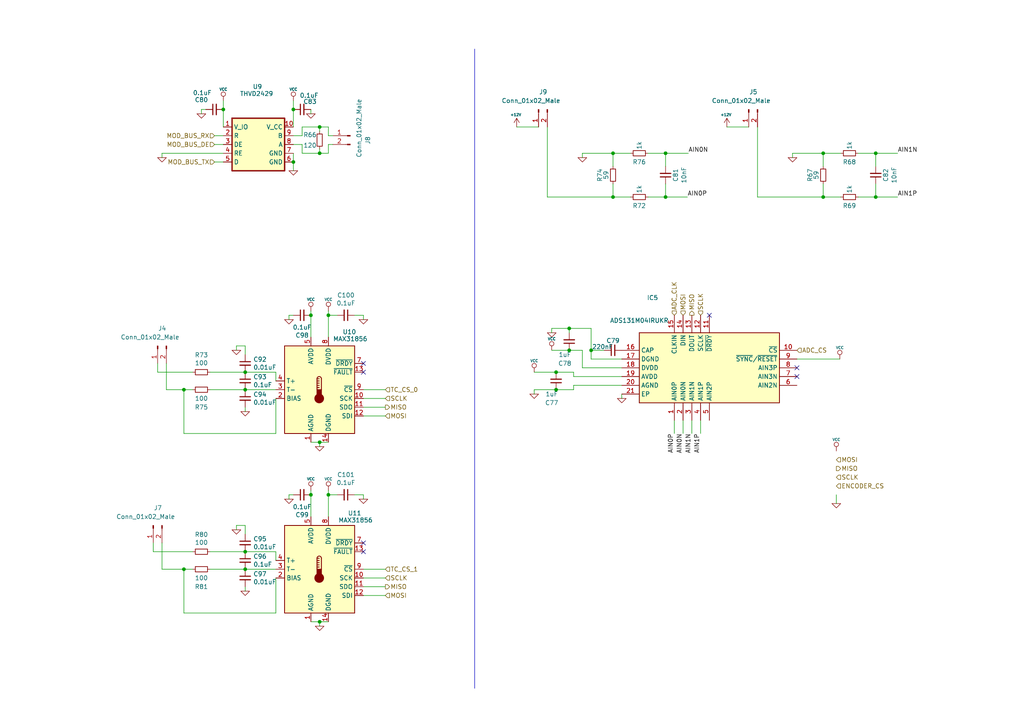
<source format=kicad_sch>
(kicad_sch (version 20250114) (generator "eeschema") (generator_version "9.0")
  (paper "A4")
  (lib_symbols
    (symbol "+5V_9" (power) (pin_names (offset 0))
      (property "Value" "+5V" (at 0 3.556 0))
      (symbol "+5V_9_0_1"
        (polyline (pts (xy -0.762 1.27) (xy 0 2.54)))
        (polyline (pts (xy 0 2.54) (xy 0.762 1.27)))
        (polyline (pts (xy 0 0) (xy 0 2.54)))
      )
      (symbol "+5V_9_1_1"
        (pin power_in line (at 0 0 90) (length 0) (hide yes) (name "+5V") (number "1"))
      )
    )
    (symbol "Connector:Conn_01x02_Male" (pin_names (offset 1.016) (hide yes))
      (property "Reference" "J" (at 0 2.54 0))
      (property "Value" "Conn_01x02_Male" (at 0 -5.08 0))
      (symbol "Conn_01x02_Male_1_1"
        (rectangle (start 0.8636 0.127) (end 0 -0.127) (stroke (width 0.1524)) (fill (type outline)))
        (rectangle (start 0.8636 -2.413) (end 0 -2.667) (stroke (width 0.1524)) (fill (type outline)))
        (polyline (pts (xy 1.27 0) (xy 0.8636 0)) (stroke (width 0.1524)))
        (polyline (pts (xy 1.27 -2.54) (xy 0.8636 -2.54)) (stroke (width 0.1524)))
        (pin passive line (at 5.08 0 180) (length 3.81) (name "Pin_1") (number "1"))
        (pin passive line (at 5.08 -2.54 180) (length 3.81) (name "Pin_2") (number "2"))
      )
    )
    (symbol "Device:C_Small" (pin_numbers (hide yes)) (pin_names (offset 0.254) (hide yes))
      (property "Reference" "C" (at 0.254 1.778 0))
      (property "Value" "C_Small" (at 0.254 -2.032 0))
      (symbol "C_Small_0_1"
        (polyline (pts (xy -1.524 0.508) (xy 1.524 0.508)) (stroke (width 0.3048)))
        (polyline (pts (xy -1.524 -0.508) (xy 1.524 -0.508)) (stroke (width 0.3302)))
      )
      (symbol "C_Small_1_1"
        (pin passive line (at 0 2.54 270) (length 2.032) (name "~") (number "1"))
        (pin passive line (at 0 -2.54 90) (length 2.032) (name "~") (number "2"))
      )
    )
    (symbol "Device:R_Small" (pin_numbers (hide yes)) (pin_names (offset 0.254) (hide yes))
      (property "Reference" "R" (at 0.762 0.508 0))
      (property "Value" "R_Small" (at 0.762 -1.016 0))
      (symbol "R_Small_0_1"
        (rectangle (start -0.762 1.778) (end 0.762 -1.778) (stroke (width 0.2032)))
      )
      (symbol "R_Small_1_1"
        (pin passive line (at 0 2.54 270) (length 0.762) (name "~") (number "1"))
        (pin passive line (at 0 -2.54 90) (length 0.762) (name "~") (number "2"))
      )
    )
    (symbol "GND-RESCUE-BLDC_4_23" (power) (pin_names (offset 0))
      (symbol "GND-RESCUE-BLDC_4_23_0_1"
        (polyline (pts (xy -1.27 0) (xy 0 -1.27) (xy 1.27 0) (xy -1.27 0)))
      )
      (symbol "GND-RESCUE-BLDC_4_23_1_1"
        (pin power_in line (at 0 0 90) (length 0) (hide yes) (name "GND") (number "1"))
      )
    )
    (symbol "GND-RESCUE-BLDC_4_24" (power) (pin_names (offset 0))
      (symbol "GND-RESCUE-BLDC_4_24_0_1"
        (polyline (pts (xy -1.27 0) (xy 0 -1.27) (xy 1.27 0) (xy -1.27 0)))
      )
      (symbol "GND-RESCUE-BLDC_4_24_1_1"
        (pin power_in line (at 0 0 90) (length 0) (hide yes) (name "GND") (number "1"))
      )
    )
    (symbol "Sensor_Temperature:MAX31856"
      (property "Reference" "U" (at -7.62 13.97 0))
      (property "Value" "MAX31856" (at 13.97 13.97 0))
      (symbol "MAX31856_0_1"
        (rectangle (start -10.16 12.7) (end 10.16 -12.7) (stroke (width 0.254)) (fill (type background)))
        (polyline (pts (xy -0.762 3.175) (xy -0.762 0)) (stroke (width 0.254)))
        (polyline (pts (xy -0.762 3.175) (xy -0.127 3.175)) (stroke (width 0.254)))
        (polyline (pts (xy -0.762 2.54) (xy -0.127 2.54)) (stroke (width 0.254)))
        (polyline (pts (xy -0.762 1.905) (xy -0.127 1.905)) (stroke (width 0.254)))
        (polyline (pts (xy -0.762 1.27) (xy -0.127 1.27)) (stroke (width 0.254)))
        (polyline (pts (xy -0.762 0.635) (xy -0.127 0.635)) (stroke (width 0.254)))
        (arc (start -0.762 3.175) (mid -0.127 3.8073) (end 0.508 3.175) (stroke (width 0.254)))
        (circle (center -0.127 -2.54) (radius 1.27) (stroke (width 0.254)) (fill (type outline)))
        (polyline (pts (xy 0.508 3.175) (xy 0.508 0)) (stroke (width 0.254)))
        (rectangle (start 0.508 -1.905) (end -0.762 0) (stroke (width 0.254)) (fill (type outline)))
      )
      (symbol "MAX31856_1_1"
        (pin input line (at -12.7 2.54 0) (length 2.54) (name "T+") (number "4"))
        (pin input line (at -12.7 0 0) (length 2.54) (name "T-") (number "3"))
        (pin input line (at -12.7 -2.54 0) (length 2.54) (name "BIAS") (number "2"))
        (pin no_connect line (at -10.16 -7.62 0) (length 2.54) (hide yes) (name "DNC") (number "6"))
        (pin power_in line (at -2.54 15.24 270) (length 2.54) (name "AVDD") (number "5"))
        (pin power_in line (at -2.54 -15.24 90) (length 2.54) (name "AGND") (number "1"))
        (pin power_in line (at 2.54 15.24 270) (length 2.54) (name "DVDD") (number "8"))
        (pin power_in line (at 2.54 -15.24 90) (length 2.54) (name "DGND") (number "14"))
        (pin output line (at 12.7 7.62 180) (length 2.54) (name "~{DRDY}") (number "7"))
        (pin output line (at 12.7 5.08 180) (length 2.54) (name "~{FAULT}") (number "13"))
        (pin input line (at 12.7 0 180) (length 2.54) (name "~{CS}") (number "9"))
        (pin input line (at 12.7 -2.54 180) (length 2.54) (name "SCK") (number "10"))
        (pin output line (at 12.7 -5.08 180) (length 2.54) (name "SDO") (number "11"))
        (pin input line (at 12.7 -7.62 180) (length 2.54) (name "SDI") (number "12"))
      )
    )
    (symbol "THVD2429_1"
      (property "Reference" "U" (at 0 10.16 0))
      (property "Value" "THVD2429" (at 0 0 0))
      (symbol "THVD2429_1_1_0"
        (rectangle (start -7.62 7.62) (end 7.62 -7.62) (stroke (width 0.4064)) (fill (type color) (color 255 255 194 1)))
      )
      (symbol "THVD2429_1_1_1"
        (pin power_in line (at -10.16 5.08 0) (length 2.54) (name "V_IO") (number "1"))
        (pin output line (at -10.16 2.54 0) (length 2.54) (name "R") (number "2"))
        (pin input line (at -10.16 0 0) (length 2.54) (name "DE") (number "3"))
        (pin input line (at -10.16 -2.54 0) (length 2.54) (name "RE") (number "4"))
        (pin input line (at -10.16 -5.08 0) (length 2.54) (name "D") (number "5"))
        (pin power_in line (at 10.16 5.08 180) (length 2.54) (name "V_CC") (number "10"))
        (pin bidirectional line (at 10.16 2.54 180) (length 2.54) (name "B") (number "9"))
        (pin bidirectional line (at 10.16 0 180) (length 2.54) (name "A") (number "8"))
        (pin power_in line (at 10.16 -2.54 180) (length 2.54) (name "GND") (number "7"))
        (pin power_in line (at 10.16 -5.08 180) (length 2.54) (name "GND") (number "6"))
      )
    )
    (symbol "VCC_2" (power) (pin_names (offset 0))
      (property "Value" "VCC" (at 0 3.81 0))
      (symbol "VCC_2_0_1"
        (circle (center 0 1.905) (radius 0.635))
        (polyline (pts (xy 0 0) (xy 0 1.27)))
      )
      (symbol "VCC_2_1_1"
        (pin power_in line (at 0 0 90) (length 0) (hide yes) (name "VCC") (number "1"))
      )
    )
    (symbol "iclr:ADS131M04IRUKR"
      (property "Reference" "IC" (at 26.67 15.24 0))
      (property "Value" "ADS131M04IRUKR" (at 26.67 12.7 0))
      (symbol "ADS131M04IRUKR_1_1"
        (rectangle (start 5.08 10.16) (end 25.4 -30.48) (stroke (width 0.254)) (fill (type background)))
        (pin passive line (at 0 0 0) (length 5.08) (name "AIN0P") (number "1"))
        (pin passive line (at 0 -2.54 0) (length 5.08) (name "AIN0N") (number "2"))
        (pin passive line (at 0 -5.08 0) (length 5.08) (name "AIN1N") (number "3"))
        (pin passive line (at 0 -7.62 0) (length 5.08) (name "AIN1P") (number "4"))
        (pin passive line (at 0 -10.16 0) (length 5.08) (name "AIN2P") (number "5"))
        (pin passive line (at 7.62 15.24 270) (length 5.08) (name "EP") (number "21"))
        (pin passive line (at 10.16 15.24 270) (length 5.08) (name "AGND") (number "20"))
        (pin passive line (at 10.16 -35.56 90) (length 5.08) (name "AIN2N") (number "6"))
        (pin passive line (at 12.7 15.24 270) (length 5.08) (name "AVDD") (number "19"))
        (pin passive line (at 12.7 -35.56 90) (length 5.08) (name "AIN3N") (number "7"))
        (pin passive line (at 15.24 15.24 270) (length 5.08) (name "DVDD") (number "18"))
        (pin passive line (at 15.24 -35.56 90) (length 5.08) (name "AIN3P") (number "8"))
        (pin passive line (at 17.78 15.24 270) (length 5.08) (name "DGND") (number "17"))
        (pin passive line (at 17.78 -35.56 90) (length 5.08) (name "~{SYNC}/~{RESET}") (number "9"))
        (pin passive line (at 20.32 15.24 270) (length 5.08) (name "CAP") (number "16"))
        (pin passive line (at 20.32 -35.56 90) (length 5.08) (name "~{CS}") (number "10"))
        (pin passive line (at 30.48 0 180) (length 5.08) (name "CLKIN") (number "15"))
        (pin passive line (at 30.48 -2.54 180) (length 5.08) (name "DIN") (number "14"))
        (pin passive line (at 30.48 -5.08 180) (length 5.08) (name "DOUT") (number "13"))
        (pin passive line (at 30.48 -7.62 180) (length 5.08) (name "SCLK") (number "12"))
        (pin passive line (at 30.48 -10.16 180) (length 5.08) (name "~{DRDY}") (number "11"))
      )
    )
  )
  (text "https://www.falstad.com/circuit/circuitjs.html?ctz=CQAgjCAMB0l3BWcMBMcUHYMGZIA4UA2ATmIxAUgpABZsKBTAWjDACgB3EQvPcFPgmIp+fSJ268QKGlSEiZVcQGMKw0WoWza4ZnxbQwebNhoyMNQnDCUaUWJAjiuJwtzuuN4gE6aNNPCowAShkODYAZWkMBXxorSVwEAAzAEMAGwBnBlCUCWwEBOkpRSh8wultOiKfWjgQT2w0Buw3INlwrlLu7U9xAAdJPlKePmC+ekSweBm2ACUNQI1x0KptJESYBHn-MZDNuv5V+22otD5COxXL0Ig0rJyqPK6Y93iGkWcWtxvGz4kOm9AU0yl0EG4ek9tF9MCIbrDpHFak0qJ5Sn1JNNxFECgpwQ0Krg7Il7tlcvlWg1IB5mkTQR9UdSGd96a0JkzgUyvpy7MDKV9cdJ8YLSrU+W4Aqj+SBiNhpmwAOa0JaeSUEz5lXxq0rySpTeCK2jEH6840gJZKCluFbVLwA+o3W03L6jDQYHh23zuvZ8b160LYYizbAYKiu0p+9GrAFLG0glbckGlbXQgFmx0g50AkFLJ3EiTnN6FkHiTK0HNreP7UKkhhsMu25Px9RBFIZbJsLVVvi2sAto3QYhsMAWRH6eFxeNhJSD4iUGYL6wgOYMTIAS0yABdUgA7ZR1royEAsCGvE-0hHnhElw0jtxMG5348BaNcJ8PuyFj+a8A2ERgGgrj-MdQhoYhB3rX8KhQfFWGgpEa3bOsyzgkQzVQ8BANuNsHgkYQ+CWfDlXpDD0OAi0JGCMA3FjcjLTfYCYOtNAnnxL5gnqACgIqLiyhDdo4iYzCSmFaNfAAqReIk4Y2KpWY31kMYsOkzD8wY5paIqCi30gWDlOA3jxCVKiaKCFBqJlNofw41jrTlPErKxdjIFeBFplcti8PUQj1BQI8vjICF8WNWySI480gnCl9nPxWNdIlMQvJEHyRGiyIZRCJY8BfC0klrckFmyi47CK8ArLWMzji2HZSrNUrDNAuQqugbZBgAwS9LiXjJluRdnI861GM8nSBrCGS2nS0gFCPKahXKnCySeTtwHs1T+E4rCggNHTYq2vT81UMBVqk1ahKuPRjxgUhphgkcaBwSAeEgT4HCcSjFLmlbgk+9iPpO77DNvFj1XW1EPUtcTwsFGyQaoWV5XU1FmlYWkKmcqQUV-Wlmmc3pkepVE0co+LmWmPHLSidyFFeKnmRJJDyXEgmQZC2HMU6SzQtZwVahRwn-2ZnnMINNdkHxc8iPPGdnuJ-EX2mcWLICkIJZCNKgA" (at 202.438 -6.858 0) (effects (font (size 1.27 1.27))))
  (junction (at 254 57.15))
  (junction (at 85.09 46.99))
  (junction (at 161.29 107.95))
  (junction (at 193.04 57.15))
  (junction (at 254 44.45))
  (junction (at 238.76 57.15))
  (junction (at 71.12 165.1))
  (junction (at 161.29 113.03))
  (junction (at 177.8 44.45))
  (junction (at 53.34 165.1))
  (junction (at 95.25 91.44))
  (junction (at 90.17 143.51))
  (junction (at 92.71 180.34))
  (junction (at 171.45 101.6))
  (junction (at 193.04 44.45))
  (junction (at 71.12 107.95))
  (junction (at 92.71 44.45))
  (junction (at 90.17 91.44))
  (junction (at 64.77 31.75))
  (junction (at 71.12 160.02))
  (junction (at 165.1 95.25))
  (junction (at 177.8 57.15))
  (junction (at 85.09 31.75))
  (junction (at 53.34 113.03))
  (junction (at 165.1 101.6))
  (junction (at 92.71 128.27))
  (junction (at 92.71 36.83))
  (junction (at 71.12 113.03))
  (junction (at 95.25 143.51))
  (junction (at 238.76 44.45))
  (no_connect (at 205.74 91.44))
  (no_connect (at 105.41 107.95))
  (no_connect (at 105.41 105.41))
  (no_connect (at 105.41 160.02))
  (no_connect (at 231.14 109.22))
  (no_connect (at 231.14 106.68))
  (no_connect (at 105.41 157.48))
  (wire (pts (xy 64.77 44.45) (xy 46.99 44.45)))
  (wire (pts (xy 45.72 107.95) (xy 55.88 107.95)))
  (wire (pts (xy 229.87 44.45) (xy 238.76 44.45)))
  (wire (pts (xy 60.96 107.95) (xy 71.12 107.95)))
  (wire (pts (xy 95.25 44.45) (xy 92.71 44.45)))
  (wire (pts (xy 68.58 152.4) (xy 71.12 152.4)))
  (wire (pts (xy 195.58 125.73) (xy 195.58 121.92)))
  (wire (pts (xy 59.69 31.75) (xy 58.42 31.75)))
  (wire (pts (xy 158.75 57.15) (xy 177.8 57.15)))
  (wire (pts (xy 97.79 143.51) (xy 95.25 143.51)))
  (wire (pts (xy 83.82 143.51) (xy 85.09 143.51)))
  (wire (pts (xy 168.91 44.45) (xy 177.8 44.45)))
  (wire (pts (xy 105.41 91.44) (xy 105.41 92.71)))
  (wire (pts (xy 85.09 29.21) (xy 85.09 31.75)))
  (wire (pts (xy 160.02 95.25) (xy 160.02 96.52)))
  (wire (pts (xy 85.09 39.37) (xy 87.63 39.37)))
  (wire (pts (xy 111.76 120.65) (xy 105.41 120.65)))
  (wire (pts (xy 165.1 95.25) (xy 165.1 96.52)))
  (wire (pts (xy 166.37 111.76) (xy 180.34 111.76)))
  (wire (pts (xy 96.52 41.91) (xy 95.25 41.91)))
  (wire (pts (xy 68.58 100.33) (xy 71.12 100.33)))
  (wire (pts (xy 200.66 125.73) (xy 200.66 121.92)))
  (wire (pts (xy 83.82 91.44) (xy 85.09 91.44)))
  (wire (pts (xy 62.23 41.91) (xy 64.77 41.91)))
  (wire (pts (xy 102.87 91.44) (xy 105.41 91.44)))
  (wire (pts (xy 248.92 57.15) (xy 254 57.15)))
  (wire (pts (xy 80.01 167.64) (xy 80.01 177.8)))
  (wire (pts (xy 166.37 109.22) (xy 180.34 109.22)))
  (wire (pts (xy 165.1 95.25) (xy 171.45 95.25)))
  (wire (pts (xy 46.99 165.1) (xy 53.34 165.1)))
  (wire (pts (xy 95.25 142.24) (xy 95.25 143.51)))
  (wire (pts (xy 231.14 104.14) (xy 243.586 104.14)))
  (wire (pts (xy 193.04 57.15) (xy 199.39 57.15)))
  (wire (pts (xy 171.45 104.14) (xy 180.34 104.14)))
  (wire (pts (xy 95.25 90.17) (xy 95.25 91.44)))
  (wire (pts (xy 44.45 160.02) (xy 44.45 157.48)))
  (wire (pts (xy 92.71 180.34) (xy 95.25 180.34)))
  (wire (pts (xy 254 44.45) (xy 260.35 44.45)))
  (wire (pts (xy 254 48.26) (xy 254 44.45)))
  (wire (pts (xy 229.87 44.45) (xy 229.87 45.72)))
  (wire (pts (xy 68.58 152.4) (xy 68.58 153.67)))
  (wire (pts (xy 53.34 113.03) (xy 55.88 113.03)))
  (wire (pts (xy 193.04 44.45) (xy 187.96 44.45)))
  (wire (pts (xy 71.12 100.33) (xy 71.12 102.87)))
  (wire (pts (xy 48.26 113.03) (xy 53.34 113.03)))
  (wire (pts (xy 71.12 113.03) (xy 80.01 113.03)))
  (wire (pts (xy 111.76 170.18) (xy 105.41 170.18)))
  (wire (pts (xy 111.76 172.72) (xy 105.41 172.72)))
  (wire (pts (xy 177.8 48.26) (xy 177.8 44.45)))
  (wire (pts (xy 166.37 113.03) (xy 166.37 111.76)))
  (wire (pts (xy 80.01 160.02) (xy 80.01 162.56)))
  (wire (pts (xy 219.71 36.83) (xy 219.71 57.15)))
  (wire (pts (xy 95.25 41.91) (xy 95.25 44.45)))
  (wire (pts (xy 96.52 39.37) (xy 95.25 39.37)))
  (wire (pts (xy 154.94 107.95) (xy 161.29 107.95)))
  (wire (pts (xy 210.82 36.83) (xy 217.17 36.83)))
  (wire (pts (xy 53.34 165.1) (xy 55.88 165.1)))
  (wire (pts (xy 90.17 128.27) (xy 92.71 128.27)))
  (wire (pts (xy 53.34 177.8) (xy 53.34 165.1)))
  (wire (pts (xy 62.23 46.99) (xy 64.77 46.99)))
  (wire (pts (xy 85.09 36.83) (xy 85.09 31.75)))
  (wire (pts (xy 64.77 29.21) (xy 64.77 31.75)))
  (wire (pts (xy 58.42 31.75) (xy 58.42 33.02)))
  (wire (pts (xy 168.91 106.68) (xy 180.34 106.68)))
  (wire (pts (xy 90.17 143.51) (xy 90.17 149.86)))
  (wire (pts (xy 92.71 43.18) (xy 92.71 44.45)))
  (wire (pts (xy 161.29 113.03) (xy 166.37 113.03)))
  (wire (pts (xy 85.09 46.99) (xy 85.09 49.53)))
  (wire (pts (xy 45.72 105.41) (xy 45.72 107.95)))
  (wire (pts (xy 254 57.15) (xy 254 53.34)))
  (wire (pts (xy 238.76 57.15) (xy 243.84 57.15)))
  (wire (pts (xy 177.8 57.15) (xy 182.88 57.15)))
  (wire (pts (xy 80.01 125.73) (xy 53.34 125.73)))
  (wire (pts (xy 87.63 36.83) (xy 92.71 36.83)))
  (wire (pts (xy 71.12 170.18) (xy 71.12 171.45)))
  (wire (pts (xy 160.02 95.25) (xy 165.1 95.25)))
  (wire (pts (xy 149.86 36.83) (xy 156.21 36.83)))
  (wire (pts (xy 193.04 57.15) (xy 193.04 53.34)))
  (wire (pts (xy 242.57 143.51) (xy 242.57 146.05)))
  (wire (pts (xy 60.96 160.02) (xy 71.12 160.02)))
  (wire (pts (xy 111.76 118.11) (xy 105.41 118.11)))
  (wire (pts (xy 154.94 113.03) (xy 161.29 113.03)))
  (wire (pts (xy 90.17 180.34) (xy 92.71 180.34)))
  (wire (pts (xy 177.8 53.34) (xy 177.8 57.15)))
  (wire (pts (xy 193.04 44.45) (xy 199.644 44.45)))
  (wire (pts (xy 111.76 165.1) (xy 105.41 165.1)))
  (wire (pts (xy 87.63 41.91) (xy 87.63 44.45)))
  (polyline (pts (xy 137.668 14.224) (xy 137.668 199.644)))
  (wire (pts (xy 111.76 113.03) (xy 105.41 113.03)))
  (wire (pts (xy 180.34 114.3) (xy 180.34 115.57)))
  (wire (pts (xy 71.12 160.02) (xy 80.01 160.02)))
  (wire (pts (xy 161.29 107.95) (xy 166.37 107.95)))
  (wire (pts (xy 198.12 125.73) (xy 198.12 121.92)))
  (wire (pts (xy 83.82 143.51) (xy 83.82 144.78)))
  (wire (pts (xy 71.12 152.4) (xy 71.12 154.94)))
  (wire (pts (xy 254 57.15) (xy 260.35 57.15)))
  (wire (pts (xy 102.87 143.51) (xy 105.41 143.51)))
  (wire (pts (xy 97.79 91.44) (xy 95.25 91.44)))
  (wire (pts (xy 80.01 115.57) (xy 80.01 125.73)))
  (wire (pts (xy 83.82 91.44) (xy 83.82 92.71)))
  (wire (pts (xy 71.12 165.1) (xy 80.01 165.1)))
  (wire (pts (xy 90.17 31.75) (xy 90.17 33.02)))
  (wire (pts (xy 90.17 143.51) (xy 90.17 142.24)))
  (wire (pts (xy 92.71 36.83) (xy 95.25 36.83)))
  (wire (pts (xy 85.09 44.45) (xy 85.09 46.99)))
  (wire (pts (xy 62.23 39.37) (xy 64.77 39.37)))
  (wire (pts (xy 92.71 128.27) (xy 95.25 128.27)))
  (wire (pts (xy 92.71 36.83) (xy 92.71 38.1)))
  (wire (pts (xy 95.25 143.51) (xy 95.25 149.86)))
  (wire (pts (xy 85.09 41.91) (xy 87.63 41.91)))
  (wire (pts (xy 187.96 57.15) (xy 193.04 57.15)))
  (wire (pts (xy 168.91 44.45) (xy 168.91 45.72)))
  (wire (pts (xy 168.91 101.6) (xy 168.91 106.68)))
  (wire (pts (xy 68.58 100.33) (xy 68.58 101.6)))
  (wire (pts (xy 154.94 114.3) (xy 154.94 113.03)))
  (wire (pts (xy 238.76 53.34) (xy 238.76 57.15)))
  (wire (pts (xy 177.8 44.45) (xy 182.88 44.45)))
  (wire (pts (xy 60.96 113.03) (xy 71.12 113.03)))
  (wire (pts (xy 193.04 48.26) (xy 193.04 44.45)))
  (wire (pts (xy 46.99 165.1) (xy 46.99 157.48)))
  (wire (pts (xy 90.17 91.44) (xy 90.17 97.79)))
  (wire (pts (xy 158.75 36.83) (xy 158.75 57.15)))
  (wire (pts (xy 238.76 48.26) (xy 238.76 44.45)))
  (wire (pts (xy 219.71 57.15) (xy 238.76 57.15)))
  (wire (pts (xy 92.71 180.34) (xy 92.71 181.61)))
  (wire (pts (xy 87.63 39.37) (xy 87.63 36.83)))
  (wire (pts (xy 60.96 165.1) (xy 71.12 165.1)))
  (wire (pts (xy 80.01 107.95) (xy 80.01 110.49)))
  (wire (pts (xy 64.77 31.75) (xy 64.77 36.83)))
  (wire (pts (xy 160.02 101.6) (xy 165.1 101.6)))
  (wire (pts (xy 92.71 128.27) (xy 92.71 129.54)))
  (wire (pts (xy 87.63 44.45) (xy 92.71 44.45)))
  (wire (pts (xy 48.26 105.41) (xy 48.26 113.03)))
  (wire (pts (xy 171.45 101.6) (xy 175.26 101.6)))
  (wire (pts (xy 55.88 160.02) (xy 44.45 160.02)))
  (wire (pts (xy 254 44.45) (xy 248.92 44.45)))
  (wire (pts (xy 95.25 91.44) (xy 95.25 97.79)))
  (wire (pts (xy 90.17 91.44) (xy 90.17 90.17)))
  (wire (pts (xy 166.37 107.95) (xy 166.37 109.22)))
  (wire (pts (xy 46.99 44.45) (xy 46.99 45.72)))
  (wire (pts (xy 203.2 125.73) (xy 203.2 121.92)))
  (wire (pts (xy 71.12 118.11) (xy 71.12 119.38)))
  (wire (pts (xy 80.01 177.8) (xy 53.34 177.8)))
  (wire (pts (xy 105.41 167.64) (xy 111.76 167.64)))
  (wire (pts (xy 171.45 95.25) (xy 171.45 101.6)))
  (wire (pts (xy 165.1 101.6) (xy 168.91 101.6)))
  (wire (pts (xy 238.76 44.45) (xy 243.84 44.45)))
  (wire (pts (xy 53.34 125.73) (xy 53.34 113.03)))
  (wire (pts (xy 105.41 115.57) (xy 111.76 115.57)))
  (wire (pts (xy 95.25 39.37) (xy 95.25 36.83)))
  (wire (pts (xy 171.45 101.6) (xy 171.45 104.14)))
  (wire (pts (xy 71.12 107.95) (xy 80.01 107.95)))
  (wire (pts (xy 105.41 143.51) (xy 105.41 144.78)))
  (label "AIN1N" (at 200.66 125.73 270))
  (label "AIN1P" (at 260.35 57.15 0))
  (label "AIN0N" (at 199.644 44.45 0))
  (label "AIN1P" (at 203.2 125.73 270))
  (label "AIN0P" (at 195.58 125.73 270))
  (label "AIN1N" (at 260.35 44.45 0))
  (label "AIN0N" (at 198.12 125.73 270))
  (label "AIN0P" (at 199.39 57.15 0))
  (hierarchical_label "MISO" (shape output) (at 111.76 170.18 0))
  (hierarchical_label "TC_CS_0" (shape input) (at 111.76 113.03 0))
  (hierarchical_label "MOSI" (shape input) (at 242.57 133.35 0))
  (hierarchical_label "MOD_BUS_TX" (shape input) (at 62.23 46.99 180))
  (hierarchical_label "MISO" (shape output) (at 200.66 91.44 90))
  (hierarchical_label "ADC_CLK" (shape input) (at 195.58 91.44 90))
  (hierarchical_label "SCLK" (shape input) (at 203.2 91.44 90))
  (hierarchical_label "MOSI" (shape input) (at 111.76 120.65 0))
  (hierarchical_label "MOSI" (shape input) (at 111.76 172.72 0))
  (hierarchical_label "MISO" (shape output) (at 242.57 135.89 0))
  (hierarchical_label "MOD_BUS_DE" (shape input) (at 62.23 41.91 180))
  (hierarchical_label "ENCODER_CS" (shape input) (at 242.57 140.97 0))
  (hierarchical_label "MOD_BUS_RX" (shape input) (at 62.23 39.37 180))
  (hierarchical_label "SCLK" (shape input) (at 111.76 167.64 0))
  (hierarchical_label "MOSI" (shape input) (at 198.12 91.44 90))
  (hierarchical_label "SCLK" (shape input) (at 242.57 138.43 0))
  (hierarchical_label "SCLK" (shape input) (at 111.76 115.57 0))
  (hierarchical_label "MISO" (shape output) (at 111.76 118.11 0))
  (hierarchical_label "ADC_CS" (shape input) (at 231.14 101.6 0))
  (hierarchical_label "TC_CS_1" (shape input) (at 111.76 165.1 0))
  (symbol (lib_name "GND-RESCUE-BLDC_4_24") (lib_id "BLDC_4-rescue:GND-RESCUE-BLDC_4") (at 71.12 171.45 0) (unit 1)
    (property "Reference" "#PWR0141" (effects (hide yes)))
    (property "Value" "GND" (effects (hide yes)))
  )
  (symbol (lib_id "Device:R_Small") (at 177.8 50.8 180) (unit 1)
    (property "Reference" "R74" (at 173.99 50.8 90))
    (property "Value" "59" (at 175.768 50.8 90))
    (property "Footprint" "Resistor_SMD:R_0402_1005Metric" (effects (hide yes)))
    (property "MPN" "RT0402BRD0749R9L" (effects (hide yes)))
  )
  (symbol (lib_name "THVD2429_1") (lib_id "ICLR_HW:THVD2429") (at 74.93 41.91 0) (unit 1)
    (property "Reference" "U9" (at 74.676 25.146 0))
    (property "Value" "THVD2429" (at 74.422 27.178 0))
    (property "Footprint" "iclr:TPS74901DRCR" (effects (hide yes)))
    (property "Datasheet" "https://www.ti.com/lit/ds/symlink/thvd2429.pdf?ts=1768850066719&ref_url=https%253A%252F%252Fwww.mouser.pl%252F" (effects (hide yes)))
  )
  (symbol (lib_name "VCC_2") (lib_id "BLDC_4-rescue:VCC") (at 154.94 107.95 0) (unit 1)
    (property "Reference" "#PWR0118" (effects (hide yes)))
    (property "Value" "VCC" (at 154.94 104.648 0) (effects (font (size 0.762 0.762))))
  )
  (symbol (lib_name "VCC_2") (lib_id "BLDC_4-rescue:VCC") (at 160.02 101.6 0) (unit 1)
    (property "Reference" "#PWR096" (effects (hide yes)))
    (property "Value" "VCC" (at 160.02 98.298 0) (effects (font (size 0.762 0.762))))
  )
  (symbol (lib_id "Device:R_Small") (at 58.42 107.95 270) (unit 1)
    (property "Reference" "R73" (at 58.42 102.9716 90))
    (property "Value" "100" (at 58.42 105.283 90))
    (property "Footprint" "Resistor_SMD:R_0402_1005Metric" (effects (hide yes)))
  )
  (symbol (lib_name "GND-RESCUE-BLDC_4_24") (lib_id "BLDC_4-rescue:GND-RESCUE-BLDC_4") (at 85.09 49.53 0) (unit 1)
    (property "Reference" "#PWR0128" (effects (hide yes)))
    (property "Value" "GND" (effects (hide yes)))
  )
  (symbol (lib_id "Device:C_Small") (at 62.23 31.75 90) (unit 1)
    (property "Reference" "C80" (at 58.42 28.956 90))
    (property "Value" "0.1uF" (at 58.674 26.924 90))
    (property "Footprint" "Capacitor_SMD:C_0402_1005Metric" (effects (hide yes)))
  )
  (symbol (lib_name "GND-RESCUE-BLDC_4_24") (lib_id "BLDC_4-rescue:GND-RESCUE-BLDC_4") (at 92.71 181.61 0) (unit 1)
    (property "Reference" "#PWR0147" (effects (hide yes)))
    (property "Value" "GND" (effects (hide yes)))
  )
  (symbol (lib_id "Device:C_Small") (at 71.12 110.49 0) (unit 1)
    (property "Reference" "C93" (at 73.4568 109.3216 0) (effects (justify left)))
    (property "Value" "0.1uF" (at 73.4568 111.633 0) (effects (justify left)))
    (property "Footprint" "Capacitor_SMD:C_0402_1005Metric" (effects (hide yes)))
  )
  (symbol (lib_id "Device:C_Small") (at 87.63 31.75 90) (unit 1)
    (property "Reference" "C83" (at 89.916 29.464 90))
    (property "Value" "0.1uF" (at 89.662 27.686 90))
    (property "Footprint" "Capacitor_SMD:C_0402_1005Metric" (effects (hide yes)))
  )
  (symbol (lib_id "Device:C_Small") (at 193.04 50.8 180) (unit 1)
    (property "Reference" "C81" (at 195.9497 50.8 90))
    (property "Value" "10nF" (at 198.374 50.8 90))
    (property "Footprint" "Capacitor_SMD:C_0402_1005Metric" (effects (hide yes)))
    (property "Description" "Unpolarized capacitor, small symbol" (effects (hide yes)))
  )
  (symbol (lib_name "GND-RESCUE-BLDC_4_24") (lib_id "BLDC_4-rescue:GND-RESCUE-BLDC_4") (at 180.34 115.57 0) (unit 1)
    (property "Reference" "#PWR0114" (effects (hide yes)))
    (property "Value" "GND" (effects (hide yes)))
  )
  (symbol (lib_id "Device:R_Small") (at 246.38 44.45 90) (unit 1)
    (property "Reference" "R68" (at 246.38 46.99 90))
    (property "Value" "1k" (at 246.38 42.164 0))
    (property "Footprint" "Resistor_SMD:R_0402_1005Metric" (effects (hide yes)))
  )
  (symbol (lib_id "Device:C_Small") (at 71.12 162.56 0) (unit 1)
    (property "Reference" "C96" (at 73.4568 161.3916 0) (effects (justify left)))
    (property "Value" "0.1uF" (at 73.4568 163.703 0) (effects (justify left)))
    (property "Footprint" "Capacitor_SMD:C_0402_1005Metric" (effects (hide yes)))
  )
  (symbol (lib_name "GND-RESCUE-BLDC_4_24") (lib_id "BLDC_4-rescue:GND-RESCUE-BLDC_4") (at 92.71 129.54 0) (unit 1)
    (property "Reference" "#PWR0146" (effects (hide yes)))
    (property "Value" "GND" (effects (hide yes)))
  )
  (symbol (lib_id "Device:R_Small") (at 58.42 160.02 270) (unit 1)
    (property "Reference" "R80" (at 58.42 155.0416 90))
    (property "Value" "100" (at 58.42 157.353 90))
    (property "Footprint" "Resistor_SMD:R_0402_1005Metric" (effects (hide yes)))
  )
  (symbol (lib_name "+5V_9") (lib_id "BLDC_4-rescue:+5V") (at 210.82 36.83 0) (unit 1)
    (property "Reference" "#PWR0116" (effects (hide yes)))
    (property "Value" "+12V" (at 210.566 33.274 0) (effects (font (size 0.762 0.762))))
  )
  (symbol (lib_name "GND-RESCUE-BLDC_4_24") (lib_id "BLDC_4-rescue:GND-RESCUE-BLDC_4") (at 160.02 96.52 0) (unit 1)
    (property "Reference" "#PWR0112" (effects (hide yes)))
    (property "Value" "GND" (effects (hide yes)))
  )
  (symbol (lib_name "GND-RESCUE-BLDC_4_24") (lib_id "BLDC_4-rescue:GND-RESCUE-BLDC_4") (at 68.58 101.6 0) (unit 1)
    (property "Reference" "#PWR0138" (effects (hide yes)))
    (property "Value" "GND" (effects (hide yes)))
  )
  (symbol (lib_id "Device:C_Small") (at 71.12 115.57 0) (unit 1)
    (property "Reference" "C94" (at 73.4568 114.4016 0) (effects (justify left)))
    (property "Value" "0.01uF" (at 73.4568 116.713 0) (effects (justify left)))
    (property "Footprint" "Capacitor_SMD:C_0402_1005Metric" (effects (hide yes)))
  )
  (symbol (lib_name "GND-RESCUE-BLDC_4_24") (lib_id "BLDC_4-rescue:GND-RESCUE-BLDC_4") (at 83.82 92.71 0) (unit 1)
    (property "Reference" "#PWR0142" (effects (hide yes)))
    (property "Value" "GND" (effects (hide yes)))
  )
  (symbol (lib_name "VCC_2") (lib_id "BLDC_4-rescue:VCC") (at 90.17 142.24 0) (unit 1)
    (property "Reference" "#PWR0145" (effects (hide yes)))
    (property "Value" "VCC" (at 90.17 138.938 0) (effects (font (size 0.762 0.762))))
  )
  (symbol (lib_id "Connector:Conn_01x02_Male") (at 101.6 39.37 0) (mirror y) (unit 1)
    (property "Reference" "J8" (at 106.68 41.91 90) (effects (justify left)))
    (property "Value" "Conn_01x02_Male" (at 104.14 45.72 90) (effects (justify left)))
    (property "Footprint" "Connector_Molex:Molex_Nano-Fit_105313-xx02_1x02_P2.50mm_Horizontal" (effects (hide yes)))
  )
  (symbol (lib_id "Device:R_Small") (at 185.42 44.45 90) (unit 1)
    (property "Reference" "R76" (at 185.42 46.99 90))
    (property "Value" "1k" (at 185.42 42.164 0))
    (property "Footprint" "Resistor_SMD:R_0402_1005Metric" (effects (hide yes)))
  )
  (symbol (lib_id "iclr:ADS131M04IRUKR") (at 195.58 121.92 90) (unit 1)
    (property "Reference" "IC5" (at 189.2614 86.36 90))
    (property "Value" "ADS131M04IRUKR" (at 185.42 92.964 90))
    (property "Footprint" "iclr:QFN40P300X300X80-21N-D" (effects (hide yes)))
    (property "Datasheet" "https://www.ti.com/lit/ds/symlink/ads131m04.pdf?ts=1684296802707" (effects (hide yes)))
    (property "Description" "4-channel, simultaneously-sampling, 24-bit, delta-sigma ADC" (effects (hide yes)))
    (property "Height" "0.8" (effects (hide yes)))
    (property "Manufacturer_Name" "Texas Instruments" (effects (hide yes)))
    (property "Manufacturer_Part_Number" "ADS131M04IRUKR" (effects (hide yes)))
    (property "Mouser Part Number" "595-ADS131M04IRUKR" (effects (hide yes)))
    (property "Mouser Price/Stock" "https://www.mouser.co.uk/ProductDetail/Texas-Instruments/ADS131M04IRUKR?qs=vLWxofP3U2wP1yUmK0B01A%3D%3D" (effects (hide yes)))
    (property "Arrow Part Number" "ADS131M04IRUKR" (effects (hide yes)))
    (property "Arrow Price/Stock" "https://www.arrow.com/en/products/ads131m04irukr/texas-instruments?region=nac" (effects (hide yes)))
    (property "MPN" "ADS131M04IRUKR" (effects (hide yes)))
  )
  (symbol (lib_name "GND-RESCUE-BLDC_4_24") (lib_id "BLDC_4-rescue:GND-RESCUE-BLDC_4") (at 154.94 114.3 0) (unit 1)
    (property "Reference" "#PWR0111" (effects (hide yes)))
    (property "Value" "GND" (effects (hide yes)))
  )
  (symbol (lib_id "Device:R_Small") (at 185.42 57.15 90) (unit 1)
    (property "Reference" "R72" (at 185.42 59.69 90))
    (property "Value" "1k" (at 185.42 54.864 0))
    (property "Footprint" "Resistor_SMD:R_0402_1005Metric" (effects (hide yes)))
  )
  (symbol (lib_name "GND-RESCUE-BLDC_4_23") (lib_id "BLDC_4-rescue:GND-RESCUE-BLDC_4") (at 168.91 45.72 0) (unit 1)
    (property "Reference" "#PWR0119" (effects (hide yes)))
    (property "Value" "GND" (effects (hide yes)))
  )
  (symbol (lib_name "GND-RESCUE-BLDC_4_24") (lib_id "BLDC_4-rescue:GND-RESCUE-BLDC_4") (at 105.41 92.71 0) (unit 1)
    (property "Reference" "#PWR0150" (effects (hide yes)))
    (property "Value" "GND" (effects (hide yes)))
  )
  (symbol (lib_id "Device:C_Small") (at 161.29 110.49 180) (unit 1)
    (property "Reference" "C77" (at 160.02 116.84 0))
    (property "Value" "1uF" (at 160.02 114.3 0))
    (property "Footprint" "Capacitor_SMD:C_0402_1005Metric" (effects (hide yes)))
  )
  (symbol (lib_id "Connector:Conn_01x02_Male") (at 45.72 100.33 90) (mirror x) (unit 1)
    (property "Reference" "J4" (at 48.26 95.25 90) (effects (justify left)))
    (property "Value" "Conn_01x02_Male" (at 52.07 97.79 90) (effects (justify left)))
    (property "Footprint" "Connector_Molex:Molex_Nano-Fit_105313-xx02_1x02_P2.50mm_Horizontal" (effects (hide yes)))
  )
  (symbol (lib_id "Device:R_Small") (at 92.71 40.64 0) (unit 1)
    (property "Reference" "R66" (at 89.916 39.116 0))
    (property "Value" "120" (at 89.916 42.164 0))
    (property "Footprint" "Resistor_SMD:R_0402_1005Metric" (effects (hide yes)))
  )
  (symbol (lib_name "GND-RESCUE-BLDC_4_24") (lib_id "BLDC_4-rescue:GND-RESCUE-BLDC_4") (at 71.12 119.38 0) (unit 1)
    (property "Reference" "#PWR0140" (effects (hide yes)))
    (property "Value" "GND" (effects (hide yes)))
  )
  (symbol (lib_name "VCC_2") (lib_id "BLDC_4-rescue:VCC") (at 90.17 90.17 0) (unit 1)
    (property "Reference" "#PWR0144" (effects (hide yes)))
    (property "Value" "VCC" (at 90.17 86.868 0) (effects (font (size 0.762 0.762))))
  )
  (symbol (lib_id "Device:R_Small") (at 58.42 165.1 90) (unit 1)
    (property "Reference" "R81" (at 58.42 170.18 90))
    (property "Value" "100" (at 58.42 167.64 90))
    (property "Footprint" "Resistor_SMD:R_0402_1005Metric" (effects (hide yes)))
  )
  (symbol (lib_id "Device:C_Small") (at 87.63 143.51 90) (unit 1)
    (property "Reference" "C99" (at 87.63 149.3266 90))
    (property "Value" "0.1uF" (at 87.63 147.0152 90))
    (property "Footprint" "Capacitor_SMD:C_0402_1005Metric" (effects (hide yes)))
  )
  (symbol (lib_id "Device:C_Small") (at 100.33 91.44 270) (unit 1)
    (property "Reference" "C100" (at 100.33 85.6234 90))
    (property "Value" "0.1uF" (at 100.33 87.9348 90))
    (property "Footprint" "Capacitor_SMD:C_0402_1005Metric" (effects (hide yes)))
  )
  (symbol (lib_name "GND-RESCUE-BLDC_4_24") (lib_id "BLDC_4-rescue:GND-RESCUE-BLDC_4") (at 68.58 153.67 0) (unit 1)
    (property "Reference" "#PWR0139" (effects (hide yes)))
    (property "Value" "GND" (effects (hide yes)))
  )
  (symbol (lib_id "Device:R_Small") (at 246.38 57.15 90) (unit 1)
    (property "Reference" "R69" (at 246.38 59.69 90))
    (property "Value" "1k" (at 246.38 54.864 0))
    (property "Footprint" "Resistor_SMD:R_0402_1005Metric" (effects (hide yes)))
  )
  (symbol (lib_id "Connector:Conn_01x02_Male") (at 44.45 152.4 90) (mirror x) (unit 1)
    (property "Reference" "J7" (at 46.99 147.32 90) (effects (justify left)))
    (property "Value" "Conn_01x02_Male" (at 50.8 149.86 90) (effects (justify left)))
    (property "Footprint" "Connector_Molex:Molex_Nano-Fit_105313-xx02_1x02_P2.50mm_Horizontal" (effects (hide yes)))
  )
  (symbol (lib_name "VCC_2") (lib_id "BLDC_4-rescue:VCC") (at 242.57 130.81 0) (unit 1)
    (property "Reference" "#PWR0121" (effects (hide yes)))
    (property "Value" "VCC" (at 242.57 127.508 0) (effects (font (size 0.762 0.762))))
  )
  (symbol (lib_id "Connector:Conn_01x02_Male") (at 217.17 31.75 90) (mirror x) (unit 1)
    (property "Reference" "J5" (at 219.71 26.67 90) (effects (justify left)))
    (property "Value" "Conn_01x02_Male" (at 223.52 29.21 90) (effects (justify left)))
    (property "Footprint" "Connector_Molex:Molex_Nano-Fit_105313-xx02_1x02_P2.50mm_Horizontal" (effects (hide yes)))
  )
  (symbol (lib_name "GND-RESCUE-BLDC_4_24") (lib_id "BLDC_4-rescue:GND-RESCUE-BLDC_4") (at 83.82 144.78 0) (unit 1)
    (property "Reference" "#PWR0143" (effects (hide yes)))
    (property "Value" "GND" (effects (hide yes)))
  )
  (symbol (lib_name "GND-RESCUE-BLDC_4_24") (lib_id "BLDC_4-rescue:GND-RESCUE-BLDC_4") (at 242.57 146.05 0) (unit 1)
    (property "Reference" "#PWR0120" (effects (hide yes)))
    (property "Value" "GND" (effects (hide yes)))
  )
  (symbol (lib_id "Device:C_Small") (at 71.12 105.41 0) (unit 1)
    (property "Reference" "C92" (at 73.4568 104.2416 0) (effects (justify left)))
    (property "Value" "0.01uF" (at 73.4568 106.553 0) (effects (justify left)))
    (property "Footprint" "Capacitor_SMD:C_0402_1005Metric" (effects (hide yes)))
  )
  (symbol (lib_id "Device:C_Small") (at 71.12 167.64 0) (unit 1)
    (property "Reference" "C97" (at 73.4568 166.4716 0) (effects (justify left)))
    (property "Value" "0.01uF" (at 73.4568 168.783 0) (effects (justify left)))
    (property "Footprint" "Capacitor_SMD:C_0402_1005Metric" (effects (hide yes)))
  )
  (symbol (lib_name "VCC_2") (lib_id "BLDC_4-rescue:VCC") (at 243.586 104.14 0) (unit 1)
    (property "Reference" "#PWR0113" (effects (hide yes)))
    (property "Value" "VCC" (at 243.586 100.838 0) (effects (font (size 0.762 0.762))))
  )
  (symbol (lib_id "Device:R_Small") (at 58.42 113.03 90) (unit 1)
    (property "Reference" "R75" (at 58.42 118.11 90))
    (property "Value" "100" (at 58.42 115.57 90))
    (property "Footprint" "Resistor_SMD:R_0402_1005Metric" (effects (hide yes)))
  )
  (symbol (lib_name "VCC_2") (lib_id "BLDC_4-rescue:VCC") (at 64.77 29.21 0) (unit 1)
    (property "Reference" "#PWR0126" (effects (hide yes)))
    (property "Value" "VCC" (at 64.77 25.908 0) (effects (font (size 0.762 0.762))))
  )
  (symbol (lib_name "VCC_2") (lib_id "BLDC_4-rescue:VCC") (at 95.25 142.24 0) (unit 1)
    (property "Reference" "#PWR0149" (effects (hide yes)))
    (property "Value" "VCC" (at 95.25 138.938 0) (effects (font (size 0.762 0.762))))
  )
  (symbol (lib_name "GND-RESCUE-BLDC_4_24") (lib_id "BLDC_4-rescue:GND-RESCUE-BLDC_4") (at 46.99 45.72 0) (unit 1)
    (property "Reference" "#PWR0123" (effects (hide yes)))
    (property "Value" "GND" (effects (hide yes)))
  )
  (symbol (lib_name "VCC_2") (lib_id "BLDC_4-rescue:VCC") (at 85.09 29.21 0) (unit 1)
    (property "Reference" "#PWR0131" (effects (hide yes)))
    (property "Value" "VCC" (at 85.09 25.908 0) (effects (font (size 0.762 0.762))))
  )
  (symbol (lib_id "Device:C_Small") (at 165.1 99.06 180) (unit 1)
    (property "Reference" "C78" (at 163.83 105.41 0))
    (property "Value" "1uF" (at 163.83 102.87 0))
    (property "Footprint" "Capacitor_SMD:C_0402_1005Metric" (effects (hide yes)))
  )
  (symbol (lib_id "Device:C_Small") (at 254 50.8 180) (unit 1)
    (property "Reference" "C82" (at 256.9097 50.8 90))
    (property "Value" "10nF" (at 259.334 50.8 90))
    (property "Footprint" "Capacitor_SMD:C_0402_1005Metric" (effects (hide yes)))
    (property "Description" "Unpolarized capacitor, small symbol" (effects (hide yes)))
  )
  (symbol (lib_id "Device:R_Small") (at 238.76 50.8 180) (unit 1)
    (property "Reference" "R67" (at 234.95 50.8 90))
    (property "Value" "59" (at 236.728 50.8 90))
    (property "Footprint" "Resistor_SMD:R_0402_1005Metric" (effects (hide yes)))
    (property "MPN" "RT0402BRD0749R9L" (effects (hide yes)))
  )
  (symbol (lib_name "+5V_9") (lib_id "BLDC_4-rescue:+5V") (at 149.86 36.83 0) (unit 1)
    (property "Reference" "#PWR0115" (effects (hide yes)))
    (property "Value" "+12V" (at 149.606 33.274 0) (effects (font (size 0.762 0.762))))
  )
  (symbol (lib_name "GND-RESCUE-BLDC_4_24") (lib_id "BLDC_4-rescue:GND-RESCUE-BLDC_4") (at 90.17 33.02 0) (unit 1)
    (property "Reference" "#PWR0130" (effects (hide yes)))
    (property "Value" "GND" (effects (hide yes)))
  )
  (symbol (lib_id "Sensor_Temperature:MAX31856") (at 92.71 165.1 0) (unit 1)
    (property "Reference" "U11" (at 102.87 148.844 0))
    (property "Value" "MAX31856" (at 103.124 150.876 0))
    (property "Footprint" "Package_SO:TSSOP-14_4.4x5mm_P0.65mm" (effects (hide yes)))
    (property "Datasheet" "https://datasheets.maximintegrated.com/en/ds/MAX31856.pdf" (effects (hide yes)))
  )
  (symbol (lib_id "Device:C_Small") (at 87.63 91.44 90) (unit 1)
    (property "Reference" "C98" (at 87.63 97.2566 90))
    (property "Value" "0.1uF" (at 87.63 94.9452 90))
    (property "Footprint" "Capacitor_SMD:C_0402_1005Metric" (effects (hide yes)))
  )
  (symbol (lib_name "GND-RESCUE-BLDC_4_23") (lib_id "BLDC_4-rescue:GND-RESCUE-BLDC_4") (at 229.87 45.72 0) (unit 1)
    (property "Reference" "#PWR0117" (effects (hide yes)))
    (property "Value" "GND" (effects (hide yes)))
  )
  (symbol (lib_id "Connector:Conn_01x02_Male") (at 156.21 31.75 90) (mirror x) (unit 1)
    (property "Reference" "J9" (at 158.75 26.67 90) (effects (justify left)))
    (property "Value" "Conn_01x02_Male" (at 162.56 29.21 90) (effects (justify left)))
    (property "Footprint" "Connector_Molex:Molex_Nano-Fit_105313-xx02_1x02_P2.50mm_Horizontal" (effects (hide yes)))
  )
  (symbol (lib_name "GND-RESCUE-BLDC_4_24") (lib_id "BLDC_4-rescue:GND-RESCUE-BLDC_4") (at 105.41 144.78 0) (unit 1)
    (property "Reference" "#PWR0151" (effects (hide yes)))
    (property "Value" "GND" (effects (hide yes)))
  )
  (symbol (lib_name "VCC_2") (lib_id "BLDC_4-rescue:VCC") (at 95.25 90.17 0) (unit 1)
    (property "Reference" "#PWR0148" (effects (hide yes)))
    (property "Value" "VCC" (at 95.25 86.868 0) (effects (font (size 0.762 0.762))))
  )
  (symbol (lib_id "Device:C_Small") (at 177.8 101.6 90) (unit 1)
    (property "Reference" "C79" (at 177.8 98.806 90))
    (property "Value" "220nF" (at 174.752 100.584 90))
    (property "Footprint" "Capacitor_SMD:C_0402_1005Metric" (effects (hide yes)))
  )
  (symbol (lib_id "Device:C_Small") (at 71.12 157.48 0) (unit 1)
    (property "Reference" "C95" (at 73.4568 156.3116 0) (effects (justify left)))
    (property "Value" "0.01uF" (at 73.4568 158.623 0) (effects (justify left)))
    (property "Footprint" "Capacitor_SMD:C_0402_1005Metric" (effects (hide yes)))
  )
  (symbol (lib_id "Device:C_Small") (at 100.33 143.51 270) (unit 1)
    (property "Reference" "C101" (at 100.33 137.6934 90))
    (property "Value" "0.1uF" (at 100.33 140.0048 90))
    (property "Footprint" "Capacitor_SMD:C_0402_1005Metric" (effects (hide yes)))
  )
  (symbol (lib_id "Sensor_Temperature:MAX31856") (at 92.71 113.03 0) (unit 1)
    (property "Reference" "U10" (at 101.346 96.266 0))
    (property "Value" "MAX31856" (at 101.6 98.298 0))
    (property "Footprint" "Package_SO:TSSOP-14_4.4x5mm_P0.65mm" (effects (hide yes)))
    (property "Datasheet" "https://datasheets.maximintegrated.com/en/ds/MAX31856.pdf" (effects (hide yes)))
  )
  (symbol (lib_name "GND-RESCUE-BLDC_4_24") (lib_id "BLDC_4-rescue:GND-RESCUE-BLDC_4") (at 58.42 33.02 0) (unit 1)
    (property "Reference" "#PWR0129" (effects (hide yes)))
    (property "Value" "GND" (effects (hide yes)))
  )
)
</source>
